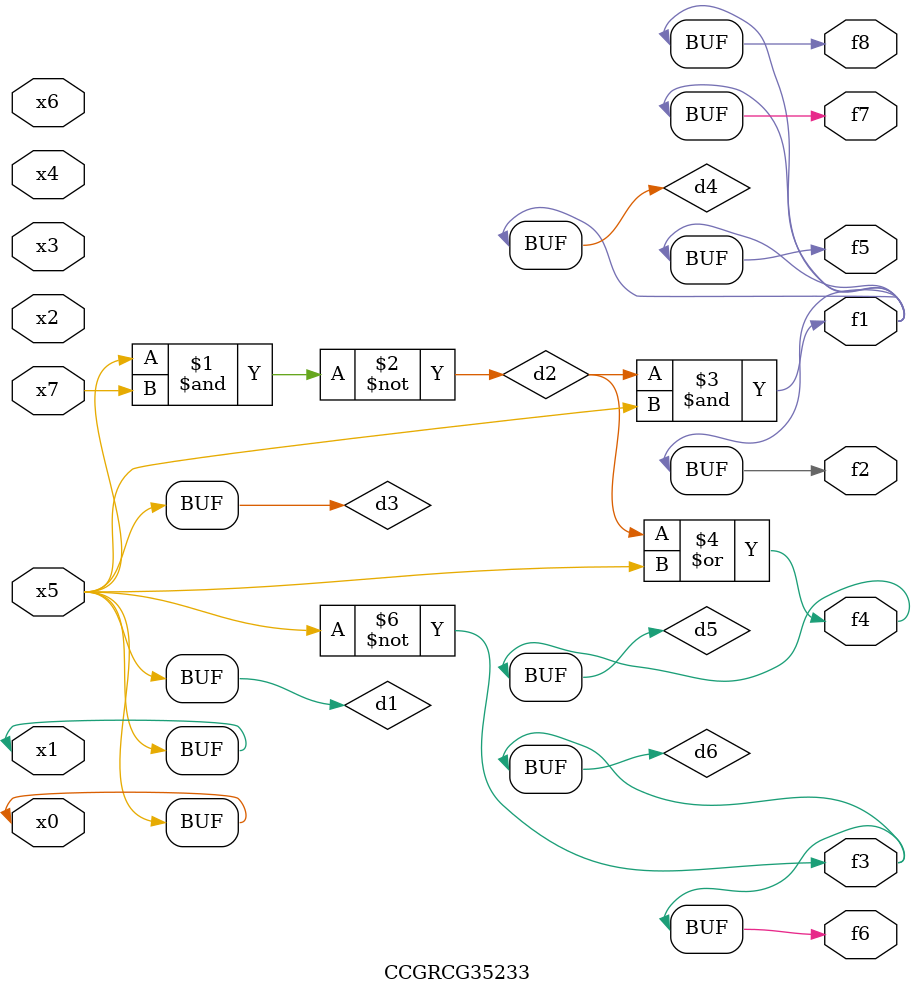
<source format=v>
module CCGRCG35233(
	input x0, x1, x2, x3, x4, x5, x6, x7,
	output f1, f2, f3, f4, f5, f6, f7, f8
);

	wire d1, d2, d3, d4, d5, d6;

	buf (d1, x0, x5);
	nand (d2, x5, x7);
	buf (d3, x0, x1);
	and (d4, d2, d3);
	or (d5, d2, d3);
	nor (d6, d1, d3);
	assign f1 = d4;
	assign f2 = d4;
	assign f3 = d6;
	assign f4 = d5;
	assign f5 = d4;
	assign f6 = d6;
	assign f7 = d4;
	assign f8 = d4;
endmodule

</source>
